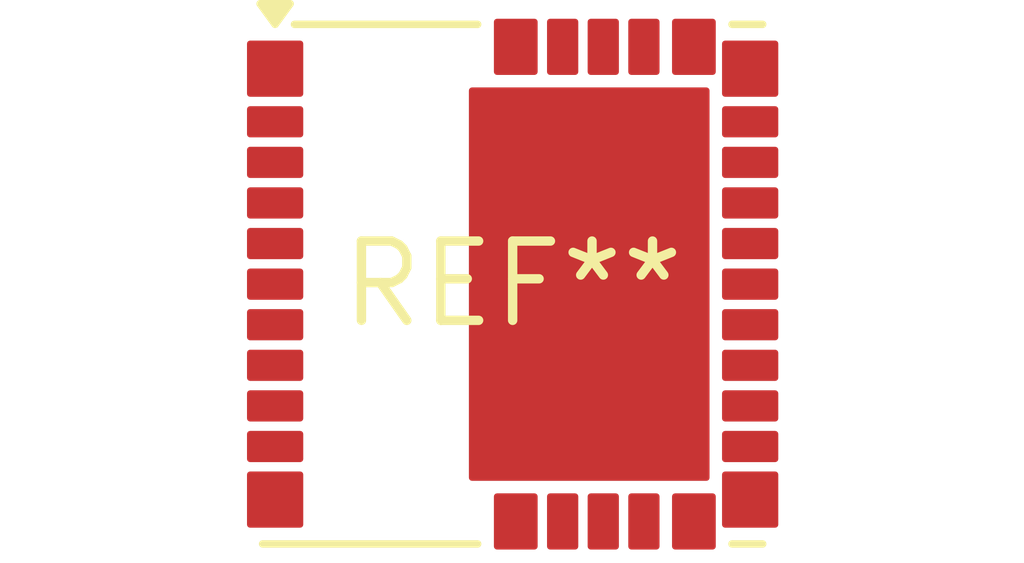
<source format=kicad_pcb>
(kicad_pcb (version 20240108) (generator pcbnew)
  (layers (0 "F.Cu" signal) (31 "B.Cu" signal) (34 "B.Paste" user) (35 "F.Paste" user) (36 "B.SilkS" user "B.Silkscreen") (37 "F.SilkS" user "F.Silkscreen") (38 "B.Mask" user) (39 "F.Mask" user) (44 "Edge.Cuts" user))
  (net 0 "")
  (footprint "Texas_RWH0032A" (layer "F.Cu") (at 0 0)
    (property "Reference" "REF**")
    (property "Value" "Texas_RWH0032A")
    (fp_line (start -3.49 -4.16) (end -0.56 -4.16) (layer "F.SilkS") (stroke (width 0.12)))
    (fp_line (start -0.56 4.16) (end -4 4.16) (layer "F.SilkS") (stroke (width 0.12)))
    (fp_line (start 3.51 -4.16) (end 4 -4.16) (layer "F.SilkS") (stroke (width 0.12)))
    (fp_line (start 4 4.16) (end 3.51 4.16) (layer "F.SilkS") (stroke (width 0.12)))
    (fp_poly (pts (xy -3.8 -4.16) (xy -4.04 -4.49) (xy -3.56 -4.49) (xy -3.8 -4.16)) (layer "F.SilkS") (stroke (width 0.12)) (fill solid))
    (pad "1" smd roundrect (at -3.8 -3.45) (size 0.9 0.9) (layers "F.Cu" "F.Paste" "F.Mask") (roundrect_rratio 0.055))
    (pad "2" smd roundrect (at -3.8 -2.6) (size 0.9 0.5) (layers "F.Cu" "F.Mask") (roundrect_rratio 0.1))
    (pad "3" smd roundrect (at -3.8 -1.95) (size 0.9 0.5) (layers "F.Cu" "F.Mask") (roundrect_rratio 0.1))
    (pad "4" smd roundrect (at -3.8 -1.3) (size 0.9 0.5) (layers "F.Cu" "F.Mask") (roundrect_rratio 0.1))
    (pad "5" smd roundrect (at -3.8 -0.65) (size 0.9 0.5) (layers "F.Cu" "F.Mask") (roundrect_rratio 0.1))
    (pad "6" smd roundrect (at -3.8 0) (size 0.9 0.5) (layers "F.Cu" "F.Mask") (roundrect_rratio 0.1))
    (pad "7" smd roundrect (at -3.8 0.65) (size 0.9 0.5) (layers "F.Cu" "F.Mask") (roundrect_rratio 0.1))
    (pad "8" smd roundrect (at -3.8 1.3) (size 0.9 0.5) (layers "F.Cu" "F.Mask") (roundrect_rratio 0.1))
    (pad "9" smd roundrect (at -3.8 1.95) (size 0.9 0.5) (layers "F.Cu" "F.Mask") (roundrect_rratio 0.1))
    (pad "10" smd roundrect (at -3.8 2.6) (size 0.9 0.5) (layers "F.Cu" "F.Mask") (roundrect_rratio 0.1))
    (pad "11" smd roundrect (at -3.8 3.45) (size 0.9 0.9) (layers "F.Cu" "F.Paste" "F.Mask") (roundrect_rratio 0.055))
    (pad "12" smd roundrect (at 0.05 3.8) (size 0.7 0.9) (layers "F.Cu" "F.Mask") (roundrect_rratio 0.072))
    (pad "13" smd roundrect (at 0.8 3.8) (size 0.5 0.9) (layers "F.Cu" "F.Mask") (roundrect_rratio 0.1))
    (pad "14" smd roundrect (at 1.45 3.8) (size 0.5 0.9) (layers "F.Cu" "F.Mask") (roundrect_rratio 0.1))
    (pad "15" smd roundrect (at 2.1 3.8) (size 0.5 0.9) (layers "F.Cu" "F.Mask") (roundrect_rratio 0.1))
    (pad "16" smd roundrect (at 2.9 3.8) (size 0.7 0.9) (layers "F.Cu" "F.Mask") (roundrect_rratio 0.072))
    (pad "17" smd roundrect (at 3.8 3.45) (size 0.9 0.9) (layers "F.Cu" "F.Paste" "F.Mask") (roundrect_rratio 0.055))
    (pad "18" smd roundrect (at 3.8 2.6) (size 0.9 0.5) (layers "F.Cu" "F.Mask") (roundrect_rratio 0.1))
    (pad "19" smd roundrect (at 3.8 1.95) (size 0.9 0.5) (layers "F.Cu" "F.Mask") (roundrect_rratio 0.1))
    (pad "20" smd roundrect (at 3.8 1.3) (size 0.9 0.5) (layers "F.Cu" "F.Mask") (roundrect_rratio 0.1))
    (pad "21" smd roundrect (at 3.8 0.65) (size 0.9 0.5) (layers "F.Cu" "F.Mask") (roundrect_rratio 0.1))
    (pad "22" smd roundrect (at 3.8 0) (size 0.9 0.5) (layers "F.Cu" "F.Mask") (roundrect_rratio 0.1))
    (pad "23" smd roundrect (at 3.8 -0.65) (size 0.9 0.5) (layers "F.Cu" "F.Mask") (roundrect_rratio 0.1))
    (pad "24" smd roundrect (at 3.8 -1.3) (size 0.9 0.5) (layers "F.Cu" "F.Mask") (roundrect_rratio 0.1))
    (pad "25" smd roundrect (at 3.8 -1.95) (size 0.9 0.5) (layers "F.Cu" "F.Mask") (roundrect_rratio 0.1))
    (pad "26" smd roundrect (at 3.8 -2.6) (size 0.9 0.5) (layers "F.Cu" "F.Mask") (roundrect_rratio 0.1))
    (pad "27" smd roundrect (at 3.8 -3.45) (size 0.9 0.9) (layers "F.Cu" "F.Paste" "F.Mask") (roundrect_rratio 0.055))
    (pad "28" smd roundrect (at 2.9 -3.8) (size 0.7 0.9) (layers "F.Cu" "F.Mask") (roundrect_rratio 0.072))
    (pad "29" smd roundrect (at 2.1 -3.8) (size 0.5 0.9) (layers "F.Cu" "F.Mask") (roundrect_rratio 0.1))
    (pad "30" smd roundrect (at 1.45 -3.8) (size 0.5 0.9) (layers "F.Cu" "F.Mask") (roundrect_rratio 0.1))
    (pad "31" smd roundrect (at 0.8 -3.8) (size 0.5 0.9) (layers "F.Cu" "F.Mask") (roundrect_rratio 0.1))
    (pad "32" smd roundrect (at 0.05 -3.8) (size 0.7 0.9) (layers "F.Cu" "F.Mask") (roundrect_rratio 0.072))
    (pad "33" smd roundrect (at 1.225 0) (size 3.85 6.3) (layers "F.Cu" "F.Mask") (roundrect_rratio 0.013))
  )
)
</source>
